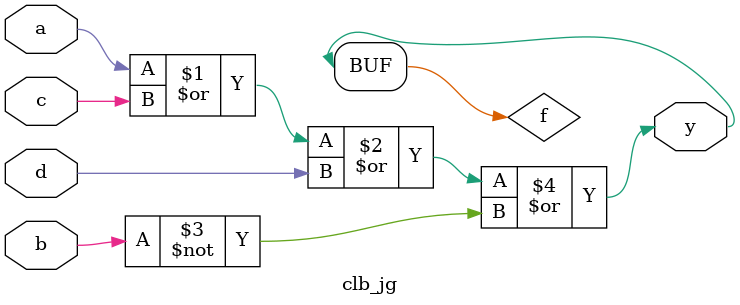
<source format=v>
module clb_jg(
	input a,
	input b,
	input c,
	input d,
	output y
);

	wire f;
	
	assign f = a | c | d | ~b;
	assign y = f;
	
endmodule

</source>
